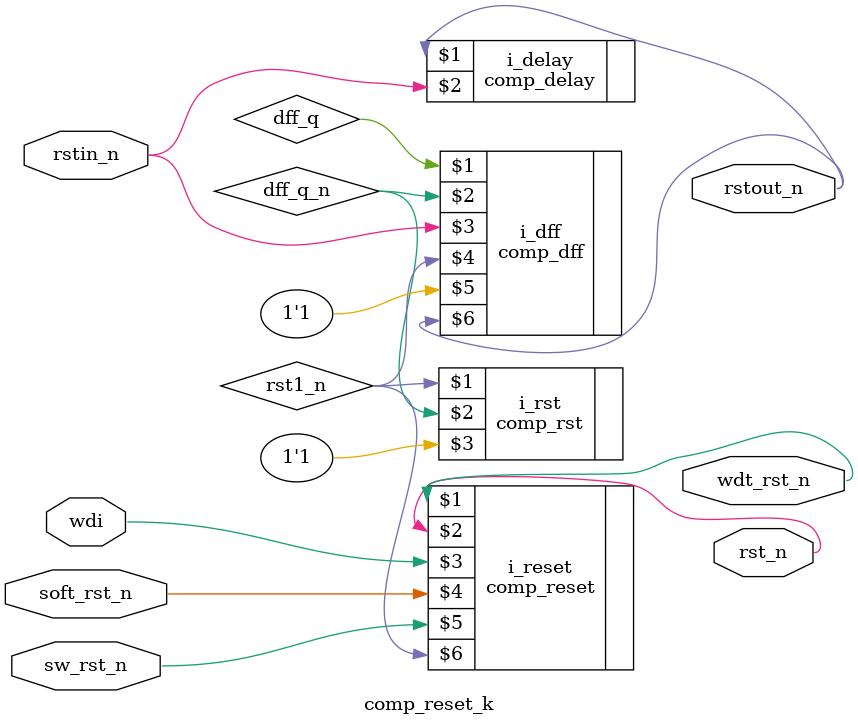
<source format=v>


`timescale 1us / 1us
module comp_reset_k(wdt_rst_n, rst_n, rstout_n, wdi, soft_rst_n, sw_rst_n, rstin_n);
output wdt_rst_n, rst_n, rstout_n;
input wdi, soft_rst_n, sw_rst_n, rstin_n;

wire dff_q, dff_q_n, rst1_n;

comp_delay i_delay (rstout_n, rstin_n);
comp_dff i_dff (dff_q, dff_q_n, rstin_n, rst1_n, 1'b1, rstout_n);
comp_rst i_rst (rst1_n, dff_q_n, 1'b1);
comp_reset i_reset (wdt_rst_n, rst_n, wdi, soft_rst_n, sw_rst_n, rst1_n);

endmodule

</source>
